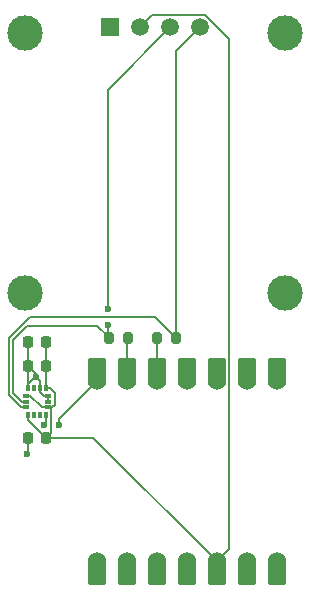
<source format=gbr>
%TF.GenerationSoftware,KiCad,Pcbnew,9.0.2*%
%TF.CreationDate,2025-07-30T21:05:43-04:00*%
%TF.ProjectId,Hermes,4865726d-6573-42e6-9b69-6361645f7063,rev?*%
%TF.SameCoordinates,Original*%
%TF.FileFunction,Copper,L1,Top*%
%TF.FilePolarity,Positive*%
%FSLAX46Y46*%
G04 Gerber Fmt 4.6, Leading zero omitted, Abs format (unit mm)*
G04 Created by KiCad (PCBNEW 9.0.2) date 2025-07-30 21:05:43*
%MOMM*%
%LPD*%
G01*
G04 APERTURE LIST*
G04 Aperture macros list*
%AMRoundRect*
0 Rectangle with rounded corners*
0 $1 Rounding radius*
0 $2 $3 $4 $5 $6 $7 $8 $9 X,Y pos of 4 corners*
0 Add a 4 corners polygon primitive as box body*
4,1,4,$2,$3,$4,$5,$6,$7,$8,$9,$2,$3,0*
0 Add four circle primitives for the rounded corners*
1,1,$1+$1,$2,$3*
1,1,$1+$1,$4,$5*
1,1,$1+$1,$6,$7*
1,1,$1+$1,$8,$9*
0 Add four rect primitives between the rounded corners*
20,1,$1+$1,$2,$3,$4,$5,0*
20,1,$1+$1,$4,$5,$6,$7,0*
20,1,$1+$1,$6,$7,$8,$9,0*
20,1,$1+$1,$8,$9,$2,$3,0*%
G04 Aperture macros list end*
%TA.AperFunction,SMDPad,CuDef*%
%ADD10RoundRect,0.225000X-0.225000X-0.250000X0.225000X-0.250000X0.225000X0.250000X-0.225000X0.250000X0*%
%TD*%
%TA.AperFunction,SMDPad,CuDef*%
%ADD11RoundRect,0.087500X0.087500X-0.207500X0.087500X0.207500X-0.087500X0.207500X-0.087500X-0.207500X0*%
%TD*%
%TA.AperFunction,SMDPad,CuDef*%
%ADD12RoundRect,0.087500X0.207500X-0.087500X0.207500X0.087500X-0.207500X0.087500X-0.207500X-0.087500X0*%
%TD*%
%TA.AperFunction,SMDPad,CuDef*%
%ADD13RoundRect,0.200000X0.200000X0.275000X-0.200000X0.275000X-0.200000X-0.275000X0.200000X-0.275000X0*%
%TD*%
%TA.AperFunction,ComponentPad*%
%ADD14R,1.508000X1.508000*%
%TD*%
%TA.AperFunction,ComponentPad*%
%ADD15C,1.508000*%
%TD*%
%TA.AperFunction,ComponentPad*%
%ADD16C,3.000000*%
%TD*%
%TA.AperFunction,SMDPad,CuDef*%
%ADD17RoundRect,0.152400X0.609600X-1.063600X0.609600X1.063600X-0.609600X1.063600X-0.609600X-1.063600X0*%
%TD*%
%TA.AperFunction,ComponentPad*%
%ADD18C,1.524000*%
%TD*%
%TA.AperFunction,SMDPad,CuDef*%
%ADD19RoundRect,0.152400X-0.609600X1.063600X-0.609600X-1.063600X0.609600X-1.063600X0.609600X1.063600X0*%
%TD*%
%TA.AperFunction,SMDPad,CuDef*%
%ADD20RoundRect,0.225000X0.225000X0.250000X-0.225000X0.250000X-0.225000X-0.250000X0.225000X-0.250000X0*%
%TD*%
%TA.AperFunction,ViaPad*%
%ADD21C,0.600000*%
%TD*%
%TA.AperFunction,Conductor*%
%ADD22C,0.200000*%
%TD*%
G04 APERTURE END LIST*
D10*
%TO.P,C2,1*%
%TO.N,GND*%
X151225000Y-78200000D03*
%TO.P,C2,2*%
%TO.N,3.3V*%
X152775000Y-78200000D03*
%TD*%
D11*
%TO.P,U2,1,AP_SDO/AP_AD0*%
%TO.N,3.3V*%
X151250000Y-84365000D03*
%TO.P,U2,2,RESV_2*%
%TO.N,unconnected-(U2-RESV_2-Pad2)*%
X151750000Y-84365000D03*
%TO.P,U2,3,RESV_3*%
%TO.N,unconnected-(U2-RESV_3-Pad3)*%
X152250000Y-84365000D03*
%TO.P,U2,4,INT1/INT*%
%TO.N,ICMINT*%
X152750000Y-84365000D03*
D12*
%TO.P,U2,5,VDDIO*%
%TO.N,3.3V*%
X152915000Y-83700000D03*
%TO.P,U2,6,GND*%
%TO.N,GND*%
X152915000Y-83200000D03*
%TO.P,U2,7,RESV_7*%
X152915000Y-82700000D03*
D11*
%TO.P,U2,8,VDD*%
%TO.N,3.3V*%
X152750000Y-82035000D03*
%TO.P,U2,9,INT2/FSYNC/CLKIN*%
%TO.N,GND*%
X152250000Y-82035000D03*
%TO.P,U2,10,RESV_10*%
%TO.N,unconnected-(U2-RESV_10-Pad10)*%
X151750000Y-82035000D03*
%TO.P,U2,11,RESV_11*%
%TO.N,GND*%
X151250000Y-82035000D03*
D12*
%TO.P,U2,12,AP_CS*%
%TO.N,3.3V*%
X151085000Y-82700000D03*
%TO.P,U2,13,AP_SCL/AP_SCLK*%
%TO.N,SCL*%
X151085000Y-83200000D03*
%TO.P,U2,14,AP_SDA/AP_SDIO/AP_SDI*%
%TO.N,SDA*%
X151085000Y-83700000D03*
%TD*%
D13*
%TO.P,R2,1*%
%TO.N,Net-(U1-GPIO7{slash}SCL)*%
X159725000Y-77800000D03*
%TO.P,R2,2*%
%TO.N,SCL*%
X158075000Y-77800000D03*
%TD*%
D14*
%TO.P,U3,1,GND*%
%TO.N,GND*%
X158190000Y-51512500D03*
D15*
%TO.P,U3,2,VCC_IN*%
%TO.N,3.3V*%
X160730000Y-51512500D03*
%TO.P,U3,3,SCL*%
%TO.N,SCL*%
X163270000Y-51512500D03*
%TO.P,U3,4,SDA*%
%TO.N,SDA*%
X165810000Y-51512500D03*
D16*
%TO.P,U3,S1*%
%TO.N,N/C*%
X151000000Y-52012500D03*
%TO.P,U3,S2*%
X173000000Y-52012500D03*
%TO.P,U3,S3*%
X173000000Y-74012500D03*
%TO.P,U3,S4*%
X151000000Y-74012500D03*
%TD*%
D17*
%TO.P,U1,1,GPIO26/ADC0/A0*%
%TO.N,unconnected-(U1-GPIO26{slash}ADC0{slash}A0-Pad1)*%
X172300000Y-80665000D03*
D18*
X172300000Y-81500000D03*
D17*
%TO.P,U1,2,GPIO27/ADC1/A1*%
%TO.N,unconnected-(U1-GPIO27{slash}ADC1{slash}A1-Pad2)*%
X169760000Y-80665000D03*
D18*
X169760000Y-81500000D03*
D17*
%TO.P,U1,3,GPIO28/ADC2/A2*%
%TO.N,unconnected-(U1-GPIO28{slash}ADC2{slash}A2-Pad3)*%
X167220000Y-80665000D03*
D18*
X167220000Y-81500000D03*
D17*
%TO.P,U1,4,GPIO29/ADC3/A3*%
%TO.N,unconnected-(U1-GPIO29{slash}ADC3{slash}A3-Pad4)*%
X164680000Y-80665000D03*
D18*
X164680000Y-81500000D03*
D17*
%TO.P,U1,5,GPIO6/SDA*%
%TO.N,Net-(U1-GPIO6{slash}SDA)*%
X162140000Y-80665000D03*
D18*
X162140000Y-81500000D03*
D17*
%TO.P,U1,6,GPIO7/SCL*%
%TO.N,Net-(U1-GPIO7{slash}SCL)*%
X159600000Y-80665000D03*
D18*
X159600000Y-81500000D03*
D17*
%TO.P,U1,7,GPIO0/TX*%
%TO.N,ICMINT*%
X157060000Y-80665000D03*
D18*
X157060000Y-81500000D03*
%TO.P,U1,8,GPIO1/RX*%
%TO.N,unconnected-(U1-GPIO1{slash}RX-Pad8)*%
X157060000Y-96740000D03*
D19*
X157060000Y-97575000D03*
D18*
%TO.P,U1,9,GPIO2/SCK*%
%TO.N,unconnected-(U1-GPIO2{slash}SCK-Pad9)*%
X159600000Y-96740000D03*
D19*
X159600000Y-97575000D03*
D18*
%TO.P,U1,10,GPIO4/MISO*%
%TO.N,unconnected-(U1-GPIO4{slash}MISO-Pad10)*%
X162140000Y-96740000D03*
D19*
X162140000Y-97575000D03*
D18*
%TO.P,U1,11,GPIO3/MOSI*%
%TO.N,unconnected-(U1-GPIO3{slash}MOSI-Pad11)*%
X164680000Y-96740000D03*
D19*
X164680000Y-97575000D03*
D18*
%TO.P,U1,12,3V3*%
%TO.N,3.3V*%
X167220000Y-96740000D03*
D19*
X167220000Y-97575000D03*
D18*
%TO.P,U1,13,GND*%
%TO.N,GND*%
X169760000Y-96740000D03*
D19*
X169760000Y-97575000D03*
D18*
%TO.P,U1,14,VBUS*%
%TO.N,unconnected-(U1-VBUS-Pad14)*%
X172300000Y-96740000D03*
D19*
X172300000Y-97575000D03*
%TD*%
D20*
%TO.P,C1,1*%
%TO.N,3.3V*%
X152775000Y-86300000D03*
%TO.P,C1,2*%
%TO.N,GND*%
X151225000Y-86300000D03*
%TD*%
D13*
%TO.P,R1,1*%
%TO.N,SDA*%
X163800000Y-77800000D03*
%TO.P,R1,2*%
%TO.N,Net-(U1-GPIO6{slash}SDA)*%
X162150000Y-77800000D03*
%TD*%
D20*
%TO.P,C3,1*%
%TO.N,3.3V*%
X152775000Y-80200000D03*
%TO.P,C3,2*%
%TO.N,GND*%
X151225000Y-80200000D03*
%TD*%
D21*
%TO.N,GND*%
X151900000Y-81100000D03*
X151200000Y-87600000D03*
%TO.N,SCL*%
X158000000Y-75400000D03*
X158000000Y-76700000D03*
%TO.N,ICMINT*%
X153900000Y-85200000D03*
X152600000Y-85200000D03*
%TD*%
D22*
%TO.N,GND*%
X151225000Y-80200000D02*
X151225000Y-82010000D01*
X151838152Y-81100000D02*
X151900000Y-81100000D01*
X152568152Y-82700000D02*
X152250000Y-82381848D01*
X151900000Y-81100000D02*
X151900000Y-80875000D01*
X151250000Y-82035000D02*
X151250000Y-81688152D01*
X151225000Y-87575000D02*
X151200000Y-87600000D01*
X152250000Y-81450000D02*
X152250000Y-82035000D01*
X151900000Y-80875000D02*
X151225000Y-80200000D01*
X152915000Y-83200000D02*
X152915000Y-82700000D01*
X151900000Y-81100000D02*
X152250000Y-81450000D01*
X152250000Y-82381848D02*
X152250000Y-82035000D01*
X151225000Y-78200000D02*
X151225000Y-80200000D01*
X151250000Y-81688152D02*
X151838152Y-81100000D01*
X151225000Y-86300000D02*
X151225000Y-87575000D01*
X152915000Y-82700000D02*
X152568152Y-82700000D01*
%TO.N,3.3V*%
X152431848Y-83700000D02*
X151431848Y-82700000D01*
X153096848Y-82035000D02*
X153511000Y-82449152D01*
X168283000Y-52493504D02*
X168283000Y-95677000D01*
X152750000Y-82035000D02*
X153096848Y-82035000D01*
X153226000Y-85849000D02*
X153226000Y-83850000D01*
X153511000Y-83450848D02*
X153261848Y-83700000D01*
X152775000Y-86300000D02*
X156780000Y-86300000D01*
X152775000Y-80200000D02*
X152775000Y-82010000D01*
X151250000Y-84775000D02*
X152775000Y-86300000D01*
X152775000Y-86300000D02*
X153226000Y-85849000D01*
X152915000Y-83700000D02*
X152431848Y-83700000D01*
X152775000Y-78200000D02*
X152775000Y-80200000D01*
X153511000Y-82449152D02*
X153511000Y-83450848D01*
X161785000Y-50457500D02*
X166246996Y-50457500D01*
X166246996Y-50457500D02*
X168283000Y-52493504D01*
X168283000Y-95677000D02*
X167220000Y-96740000D01*
X153261848Y-83700000D02*
X152915000Y-83700000D01*
X151431848Y-82700000D02*
X151085000Y-82700000D01*
X160730000Y-51512500D02*
X161785000Y-50457500D01*
X156780000Y-86300000D02*
X167220000Y-96740000D01*
X151250000Y-84365000D02*
X151250000Y-84775000D01*
X153226000Y-83850000D02*
X153076000Y-83700000D01*
%TO.N,SDA*%
X163800000Y-53522500D02*
X165810000Y-51512500D01*
X149599000Y-77781900D02*
X149599000Y-82627948D01*
X163800000Y-77800000D02*
X162000000Y-76000000D01*
X150671052Y-83700000D02*
X151085000Y-83700000D01*
X151380900Y-76000000D02*
X149599000Y-77781900D01*
X163800000Y-77800000D02*
X163800000Y-53522500D01*
X149599000Y-82627948D02*
X150671052Y-83700000D01*
X162000000Y-76000000D02*
X151380900Y-76000000D01*
%TO.N,Net-(U1-GPIO6{slash}SDA)*%
X162150000Y-77800000D02*
X162150000Y-81490000D01*
%TO.N,Net-(U1-GPIO7{slash}SCL)*%
X159600000Y-77925000D02*
X159600000Y-81500000D01*
%TO.N,SCL*%
X158000000Y-56782500D02*
X163270000Y-51512500D01*
X150000000Y-82461848D02*
X150000000Y-77948000D01*
X157100000Y-76800000D02*
X158075000Y-77775000D01*
X150738152Y-83200000D02*
X150000000Y-82461848D01*
X158000000Y-76700000D02*
X158000000Y-77600000D01*
X158000000Y-75400000D02*
X158000000Y-56782500D01*
X151085000Y-83200000D02*
X150738152Y-83200000D01*
X151148000Y-76800000D02*
X157100000Y-76800000D01*
X150000000Y-77948000D02*
X151148000Y-76800000D01*
%TO.N,ICMINT*%
X153900000Y-85200000D02*
X153900000Y-84660000D01*
X152750000Y-85050000D02*
X152600000Y-85200000D01*
X153900000Y-84660000D02*
X157060000Y-81500000D01*
X152750000Y-84365000D02*
X152750000Y-85050000D01*
%TD*%
M02*

</source>
